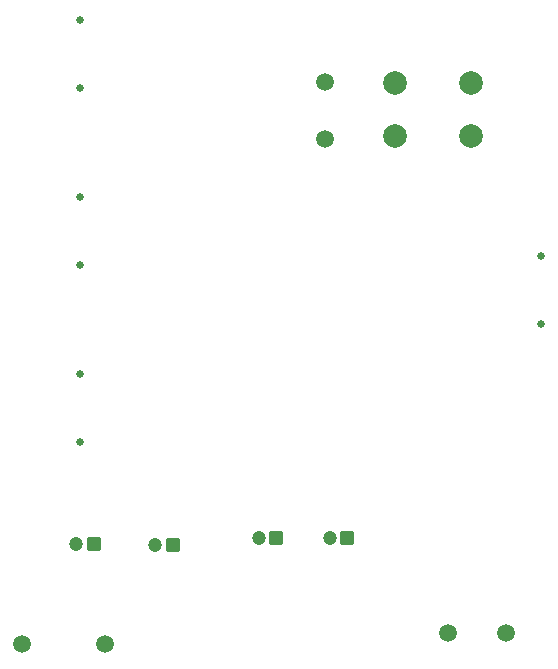
<source format=gbr>
%TF.GenerationSoftware,KiCad,Pcbnew,9.0.6*%
%TF.CreationDate,2025-12-05T18:50:53-10:00*%
%TF.ProjectId,PCB,5043422e-6b69-4636-9164-5f7063625858,rev?*%
%TF.SameCoordinates,Original*%
%TF.FileFunction,Soldermask,Bot*%
%TF.FilePolarity,Negative*%
%FSLAX46Y46*%
G04 Gerber Fmt 4.6, Leading zero omitted, Abs format (unit mm)*
G04 Created by KiCad (PCBNEW 9.0.6) date 2025-12-05 18:50:53*
%MOMM*%
%LPD*%
G01*
G04 APERTURE LIST*
G04 Aperture macros list*
%AMRoundRect*
0 Rectangle with rounded corners*
0 $1 Rounding radius*
0 $2 $3 $4 $5 $6 $7 $8 $9 X,Y pos of 4 corners*
0 Add a 4 corners polygon primitive as box body*
4,1,4,$2,$3,$4,$5,$6,$7,$8,$9,$2,$3,0*
0 Add four circle primitives for the rounded corners*
1,1,$1+$1,$2,$3*
1,1,$1+$1,$4,$5*
1,1,$1+$1,$6,$7*
1,1,$1+$1,$8,$9*
0 Add four rect primitives between the rounded corners*
20,1,$1+$1,$2,$3,$4,$5,0*
20,1,$1+$1,$4,$5,$6,$7,0*
20,1,$1+$1,$6,$7,$8,$9,0*
20,1,$1+$1,$8,$9,$2,$3,0*%
G04 Aperture macros list end*
%ADD10RoundRect,0.250000X0.350000X0.350000X-0.350000X0.350000X-0.350000X-0.350000X0.350000X-0.350000X0*%
%ADD11C,1.200000*%
%ADD12C,0.650000*%
%ADD13C,1.500000*%
%ADD14C,2.000000*%
G04 APERTURE END LIST*
D10*
%TO.C,C11*%
X69250000Y-91000000D03*
D11*
X67750000Y-91000000D03*
%TD*%
D10*
%TO.C,C12*%
X75250000Y-91000000D03*
D11*
X73750000Y-91000000D03*
%TD*%
D10*
%TO.C,C7*%
X60500000Y-91600000D03*
D11*
X59000000Y-91600000D03*
%TD*%
D10*
%TO.C,C8*%
X53800000Y-91550000D03*
D11*
X52300000Y-91550000D03*
%TD*%
D12*
%TO.C,J4*%
X91685000Y-72890000D03*
X91685000Y-67110000D03*
%TD*%
%TO.C,J3*%
X52605000Y-77110000D03*
X52605000Y-82890000D03*
%TD*%
D13*
%TO.C,J5*%
X47725000Y-100000000D03*
X54725000Y-100000000D03*
%TD*%
D12*
%TO.C,J1*%
X52605000Y-47110000D03*
X52605000Y-52890000D03*
%TD*%
D14*
%TO.C,SW1*%
X79250000Y-52500000D03*
X85750000Y-52500000D03*
X79250000Y-57000000D03*
X85750000Y-57000000D03*
%TD*%
D13*
%TO.C,Y2*%
X73400000Y-52360000D03*
X73400000Y-57240000D03*
%TD*%
D12*
%TO.C,J2*%
X52605000Y-62110000D03*
X52605000Y-67890000D03*
%TD*%
D13*
%TO.C,Y1*%
X83810000Y-99025000D03*
X88690000Y-99025000D03*
%TD*%
M02*

</source>
